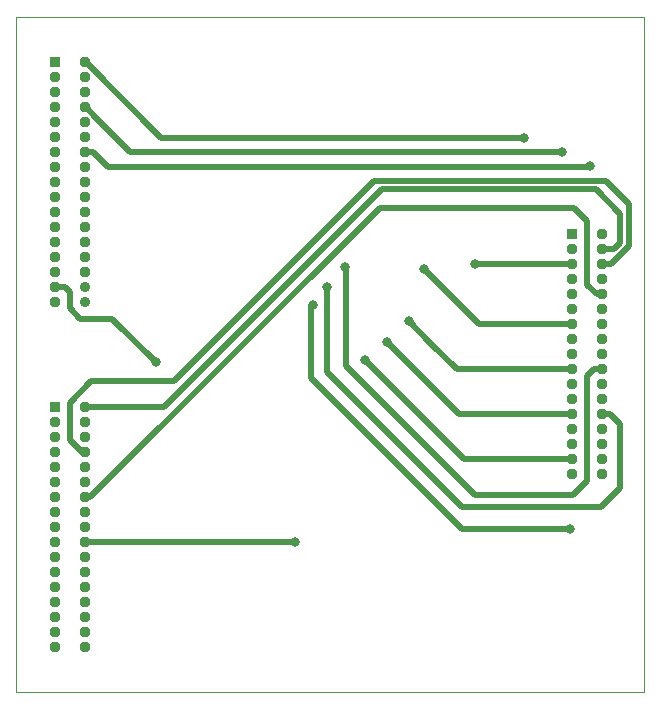
<source format=gbr>
%TF.GenerationSoftware,KiCad,Pcbnew,7.0.7*%
%TF.CreationDate,2023-09-12T23:19:34-05:00*%
%TF.ProjectId,Heater_North_DCT_HSK,48656174-6572-45f4-9e6f-7274685f4443,rev?*%
%TF.SameCoordinates,Original*%
%TF.FileFunction,Copper,L2,Bot*%
%TF.FilePolarity,Positive*%
%FSLAX46Y46*%
G04 Gerber Fmt 4.6, Leading zero omitted, Abs format (unit mm)*
G04 Created by KiCad (PCBNEW 7.0.7) date 2023-09-12 23:19:34*
%MOMM*%
%LPD*%
G01*
G04 APERTURE LIST*
%TA.AperFunction,ComponentPad*%
%ADD10R,0.940800X0.940800*%
%TD*%
%TA.AperFunction,ComponentPad*%
%ADD11C,0.940800*%
%TD*%
%TA.AperFunction,ComponentPad*%
%ADD12C,0.890000*%
%TD*%
%TA.AperFunction,ViaPad*%
%ADD13C,0.800000*%
%TD*%
%TA.AperFunction,Conductor*%
%ADD14C,0.508000*%
%TD*%
%TA.AperFunction,Profile*%
%ADD15C,0.100000*%
%TD*%
G04 APERTURE END LIST*
D10*
%TO.P,J2,1,Pin_1*%
%TO.N,/HB2_1*%
X93969840Y-80010000D03*
D11*
%TO.P,J2,2,Pin_2*%
%TO.N,/HB2_2*%
X96530160Y-80010000D03*
%TO.P,J2,3,Pin_3*%
%TO.N,unconnected-(J2-Pin_3-Pad3)*%
X93980000Y-81280000D03*
%TO.P,J2,4,Pin_4*%
%TO.N,unconnected-(J2-Pin_4-Pad4)*%
X96520000Y-81280000D03*
%TO.P,J2,5,Pin_5*%
%TO.N,unconnected-(J2-Pin_5-Pad5)*%
X93980000Y-82550000D03*
%TO.P,J2,6,Pin_6*%
%TO.N,unconnected-(J2-Pin_6-Pad6)*%
X96520000Y-82550000D03*
%TO.P,J2,7,Pin_7*%
%TO.N,/HB2_7*%
X93980000Y-83820000D03*
%TO.P,J2,8,Pin_8*%
%TO.N,/HB2_8*%
X96520000Y-83820000D03*
%TO.P,J2,9,Pin_9*%
%TO.N,unconnected-(J2-Pin_9-Pad9)*%
X93980000Y-85090000D03*
%TO.P,J2,10,Pin_10*%
%TO.N,unconnected-(J2-Pin_10-Pad10)*%
X96520000Y-85090000D03*
%TO.P,J2,11,Pin_11*%
%TO.N,unconnected-(J2-Pin_11-Pad11)*%
X93980000Y-86360000D03*
%TO.P,J2,12,Pin_12*%
%TO.N,unconnected-(J2-Pin_12-Pad12)*%
X96520000Y-86360000D03*
%TO.P,J2,13,Pin_13*%
%TO.N,/HB2_13*%
X93980000Y-87630000D03*
%TO.P,J2,14,Pin_14*%
%TO.N,/HB2_14*%
X96520000Y-87630000D03*
%TO.P,J2,15,Pin_15*%
%TO.N,unconnected-(J2-Pin_15-Pad15)*%
X93980000Y-88900000D03*
%TO.P,J2,16,Pin_16*%
%TO.N,unconnected-(J2-Pin_16-Pad16)*%
X96520000Y-88900000D03*
%TO.P,J2,17,Pin_17*%
%TO.N,unconnected-(J2-Pin_17-Pad17)*%
X93980000Y-90170000D03*
%TO.P,J2,18,Pin_18*%
%TO.N,unconnected-(J2-Pin_18-Pad18)*%
X96520000Y-90170000D03*
%TO.P,J2,19,Pin_19*%
%TO.N,/HB2_19*%
X93980000Y-91440000D03*
%TO.P,J2,20,Pin_20*%
%TO.N,/HB2_20*%
X96520000Y-91440000D03*
%TO.P,J2,21,Pin_21*%
%TO.N,unconnected-(J2-Pin_21-Pad21)*%
X93980000Y-92710000D03*
%TO.P,J2,22,Pin_22*%
%TO.N,unconnected-(J2-Pin_22-Pad22)*%
X96520000Y-92710000D03*
%TO.P,J2,23,Pin_23*%
%TO.N,unconnected-(J2-Pin_23-Pad23)*%
X93980000Y-93980000D03*
%TO.P,J2,24,Pin_24*%
%TO.N,unconnected-(J2-Pin_24-Pad24)*%
X96520000Y-93980000D03*
%TO.P,J2,25,Pin_25*%
%TO.N,unconnected-(J2-Pin_25-Pad25)*%
X93980000Y-95250000D03*
%TO.P,J2,26,Pin_26*%
%TO.N,unconnected-(J2-Pin_26-Pad26)*%
X96520000Y-95250000D03*
%TO.P,J2,27,Pin_27*%
%TO.N,unconnected-(J2-Pin_27-Pad27)*%
X93980000Y-96520000D03*
%TO.P,J2,28,Pin_28*%
%TO.N,unconnected-(J2-Pin_28-Pad28)*%
X96520000Y-96520000D03*
%TO.P,J2,29,Pin_29*%
%TO.N,unconnected-(J2-Pin_29-Pad29)*%
X93980000Y-97790000D03*
%TO.P,J2,30,Pin_30*%
%TO.N,unconnected-(J2-Pin_30-Pad30)*%
X96520000Y-97790000D03*
%TO.P,J2,31,Pin_31*%
%TO.N,unconnected-(J2-Pin_31-Pad31)*%
X93980000Y-99060000D03*
%TO.P,J2,32,Pin_32*%
%TO.N,unconnected-(J2-Pin_32-Pad32)*%
X96520000Y-99060000D03*
%TO.P,J2,33,Pin_33*%
%TO.N,unconnected-(J2-Pin_33-Pad33)*%
X93980000Y-100330000D03*
%TO.P,J2,34,Pin_34*%
%TO.N,unconnected-(J2-Pin_34-Pad34)*%
X96520000Y-100330000D03*
%TD*%
D10*
%TO.P,J3,1,Pin_1*%
%TO.N,/HB1_1*%
X137719840Y-65340000D03*
D11*
%TO.P,J3,2,Pin_2*%
%TO.N,/HB1_2*%
X140280160Y-65340000D03*
%TO.P,J3,3,Pin_3*%
%TO.N,/HB2_1*%
X137730000Y-66610000D03*
%TO.P,J3,4,Pin_4*%
%TO.N,/HB2_2*%
X140270000Y-66610000D03*
%TO.P,J3,5,Pin_5*%
%TO.N,/HB2_7*%
X137730000Y-67880000D03*
%TO.P,J3,6,Pin_6*%
%TO.N,/HB2_8*%
X140270000Y-67880000D03*
%TO.P,J3,7,Pin_7*%
%TO.N,/HB1_7*%
X137730000Y-69150000D03*
%TO.P,J3,8,Pin_8*%
%TO.N,/HB1_8*%
X140270000Y-69150000D03*
%TO.P,J3,9,Pin_9*%
%TO.N,/HB2_13*%
X137730000Y-70420000D03*
%TO.P,J3,10,Pin_10*%
%TO.N,/HB2_14*%
X140270000Y-70420000D03*
%TO.P,J3,11,Pin_11*%
%TO.N,/HB2_19*%
X137730000Y-71690000D03*
%TO.P,J3,12,Pin_12*%
%TO.N,/HB2_20*%
X140270000Y-71690000D03*
%TO.P,J3,13,Pin_13*%
%TO.N,/HB1_13*%
X137730000Y-72960000D03*
%TO.P,J3,14,Pin_14*%
%TO.N,/HB1_14*%
X140270000Y-72960000D03*
%TO.P,J3,15,Pin_15*%
%TO.N,unconnected-(J3-Pin_15-Pad15)*%
X137730000Y-74230000D03*
%TO.P,J3,16,Pin_16*%
%TO.N,unconnected-(J3-Pin_16-Pad16)*%
X140270000Y-74230000D03*
%TO.P,J3,17,Pin_17*%
%TO.N,unconnected-(J3-Pin_17-Pad17)*%
X137730000Y-75500000D03*
%TO.P,J3,18,Pin_18*%
%TO.N,unconnected-(J3-Pin_18-Pad18)*%
X140270000Y-75500000D03*
%TO.P,J3,19,Pin_19*%
%TO.N,/HB1_19*%
X137730000Y-76770000D03*
%TO.P,J3,20,Pin_20*%
%TO.N,/HB1_20*%
X140270000Y-76770000D03*
%TO.P,J3,21,Pin_21*%
%TO.N,unconnected-(J3-Pin_21-Pad21)*%
X137730000Y-78040000D03*
%TO.P,J3,22,Pin_22*%
%TO.N,unconnected-(J3-Pin_22-Pad22)*%
X140270000Y-78040000D03*
%TO.P,J3,23,Pin_23*%
%TO.N,unconnected-(J3-Pin_23-Pad23)*%
X137730000Y-79310000D03*
%TO.P,J3,24,Pin_24*%
%TO.N,unconnected-(J3-Pin_24-Pad24)*%
X140270000Y-79310000D03*
%TO.P,J3,25,Pin_25*%
%TO.N,/HB1_25*%
X137730000Y-80580000D03*
%TO.P,J3,26,Pin_26*%
%TO.N,/HB1_26*%
X140270000Y-80580000D03*
%TO.P,J3,27,Pin_27*%
%TO.N,unconnected-(J3-Pin_27-Pad27)*%
X137730000Y-81850000D03*
%TO.P,J3,28,Pin_28*%
%TO.N,unconnected-(J3-Pin_28-Pad28)*%
X140270000Y-81850000D03*
%TO.P,J3,29,Pin_29*%
%TO.N,unconnected-(J3-Pin_29-Pad29)*%
X137730000Y-83120000D03*
%TO.P,J3,30,Pin_30*%
%TO.N,unconnected-(J3-Pin_30-Pad30)*%
X140270000Y-83120000D03*
%TO.P,J3,31,Pin_31*%
%TO.N,/HB1_31*%
X137730000Y-84390000D03*
%TO.P,J3,32,Pin_32*%
%TO.N,/HB1_32*%
X140270000Y-84390000D03*
%TO.P,J3,33,Pin_33*%
%TO.N,unconnected-(J3-Pin_33-Pad33)*%
X137730000Y-85660000D03*
%TO.P,J3,34,Pin_34*%
%TO.N,unconnected-(J3-Pin_34-Pad34)*%
X140270000Y-85660000D03*
%TD*%
D10*
%TO.P,J1,1,Pin_1*%
%TO.N,/HB1_1*%
X93969840Y-50800000D03*
D11*
%TO.P,J1,2,Pin_2*%
%TO.N,/HB1_2*%
X96530160Y-50800000D03*
%TO.P,J1,3,Pin_3*%
%TO.N,unconnected-(J1-Pin_3-Pad3)*%
X93980000Y-52070000D03*
%TO.P,J1,4,Pin_4*%
%TO.N,unconnected-(J1-Pin_4-Pad4)*%
X96520000Y-52070000D03*
%TO.P,J1,5,Pin_5*%
%TO.N,unconnected-(J1-Pin_5-Pad5)*%
X93980000Y-53340000D03*
%TO.P,J1,6,Pin_6*%
%TO.N,unconnected-(J1-Pin_6-Pad6)*%
X96520000Y-53340000D03*
%TO.P,J1,7,Pin_7*%
%TO.N,/HB1_7*%
X93980000Y-54610000D03*
%TO.P,J1,8,Pin_8*%
%TO.N,/HB1_8*%
X96520000Y-54610000D03*
%TO.P,J1,9,Pin_9*%
%TO.N,unconnected-(J1-Pin_9-Pad9)*%
X93980000Y-55880000D03*
%TO.P,J1,10,Pin_10*%
%TO.N,unconnected-(J1-Pin_10-Pad10)*%
X96520000Y-55880000D03*
%TO.P,J1,11,Pin_11*%
%TO.N,unconnected-(J1-Pin_11-Pad11)*%
X93980000Y-57150000D03*
%TO.P,J1,12,Pin_12*%
%TO.N,unconnected-(J1-Pin_12-Pad12)*%
X96520000Y-57150000D03*
%TO.P,J1,13,Pin_13*%
%TO.N,/HB1_13*%
X93980000Y-58420000D03*
%TO.P,J1,14,Pin_14*%
%TO.N,/HB1_14*%
X96520000Y-58420000D03*
%TO.P,J1,15,Pin_15*%
%TO.N,unconnected-(J1-Pin_15-Pad15)*%
X93980000Y-59690000D03*
%TO.P,J1,16,Pin_16*%
%TO.N,unconnected-(J1-Pin_16-Pad16)*%
X96520000Y-59690000D03*
%TO.P,J1,17,Pin_17*%
%TO.N,unconnected-(J1-Pin_17-Pad17)*%
X93980000Y-60960000D03*
%TO.P,J1,18,Pin_18*%
%TO.N,unconnected-(J1-Pin_18-Pad18)*%
X96520000Y-60960000D03*
%TO.P,J1,19,Pin_19*%
%TO.N,/HB1_19*%
X93980000Y-62230000D03*
%TO.P,J1,20,Pin_20*%
%TO.N,/HB1_20*%
X96520000Y-62230000D03*
%TO.P,J1,21,Pin_21*%
%TO.N,unconnected-(J1-Pin_21-Pad21)*%
X93980000Y-63500000D03*
%TO.P,J1,22,Pin_22*%
%TO.N,unconnected-(J1-Pin_22-Pad22)*%
X96520000Y-63500000D03*
%TO.P,J1,23,Pin_23*%
%TO.N,unconnected-(J1-Pin_23-Pad23)*%
X93980000Y-64770000D03*
%TO.P,J1,24,Pin_24*%
%TO.N,unconnected-(J1-Pin_24-Pad24)*%
X96520000Y-64770000D03*
%TO.P,J1,25,Pin_25*%
%TO.N,/HB1_25*%
X93980000Y-66040000D03*
%TO.P,J1,26,Pin_26*%
%TO.N,/HB1_26*%
X96520000Y-66040000D03*
%TO.P,J1,27,Pin_27*%
%TO.N,unconnected-(J1-Pin_27-Pad27)*%
X93980000Y-67310000D03*
%TO.P,J1,28,Pin_28*%
%TO.N,unconnected-(J1-Pin_28-Pad28)*%
X96520000Y-67310000D03*
%TO.P,J1,29,Pin_29*%
%TO.N,unconnected-(J1-Pin_29-Pad29)*%
X93980000Y-68580000D03*
%TO.P,J1,30,Pin_30*%
%TO.N,unconnected-(J1-Pin_30-Pad30)*%
X96520000Y-68580000D03*
%TO.P,J1,31,Pin_31*%
%TO.N,/HB1_31*%
X93980000Y-69850000D03*
D12*
%TO.P,J1,32,Pin_32*%
%TO.N,/HB1_32*%
X96520000Y-69850000D03*
D11*
%TO.P,J1,33,Pin_33*%
%TO.N,unconnected-(J1-Pin_33-Pad33)*%
X93980000Y-71120000D03*
D12*
%TO.P,J1,34,Pin_34*%
%TO.N,unconnected-(J1-Pin_34-Pad34)*%
X96520000Y-71120000D03*
%TD*%
D13*
%TO.N,/HB1_2*%
X133700000Y-57200000D03*
%TO.N,/HB1_8*%
X136900000Y-58400000D03*
%TO.N,/HB1_13*%
X125200000Y-68300000D03*
%TO.N,/HB1_14*%
X139300000Y-59600000D03*
%TO.N,/HB1_19*%
X123900000Y-72654000D03*
%TO.N,/HB1_20*%
X118550000Y-68150000D03*
%TO.N,/HB1_25*%
X122100000Y-74500000D03*
%TO.N,/HB1_26*%
X117000000Y-69800000D03*
%TO.N,/HB1_31*%
X102500000Y-76200000D03*
X120200000Y-76000000D03*
%TO.N,/HB1_32*%
X137600000Y-90300000D03*
X115800000Y-71300000D03*
%TO.N,/HB2_7*%
X129520000Y-67880000D03*
%TO.N,/HB2_20*%
X114300000Y-91440000D03*
%TD*%
D14*
%TO.N,/HB1_8*%
X96557300Y-54610000D02*
X96520000Y-54610000D01*
X97444400Y-55497100D02*
X96557300Y-54610000D01*
X97444400Y-55534400D02*
X97444400Y-55497100D01*
X100310000Y-58400000D02*
X97444400Y-55534400D01*
X136900000Y-58400000D02*
X100310000Y-58400000D01*
%TO.N,/HB1_2*%
X96557300Y-50800000D02*
X96530160Y-50800000D01*
X102957300Y-57200000D02*
X96557300Y-50800000D01*
X133700000Y-57200000D02*
X102957300Y-57200000D01*
%TO.N,/HB1_14*%
X98455246Y-59690000D02*
X97185246Y-58420000D01*
X139210000Y-59690000D02*
X98455246Y-59690000D01*
X97185246Y-58420000D02*
X96520000Y-58420000D01*
X139300000Y-59600000D02*
X139210000Y-59690000D01*
%TO.N,/HB2_8*%
X141021264Y-67880000D02*
X140270000Y-67880000D01*
X142600000Y-66301264D02*
X141021264Y-67880000D01*
X142600000Y-62800000D02*
X142600000Y-66301264D01*
X97000000Y-77800000D02*
X104000000Y-77800000D01*
X104000000Y-77800000D02*
X120960276Y-60839724D01*
X95200000Y-79600000D02*
X97000000Y-77800000D01*
X120960276Y-60839724D02*
X140639724Y-60839724D01*
X95200000Y-82800000D02*
X95200000Y-79600000D01*
X96220000Y-83820000D02*
X95200000Y-82800000D01*
X140639724Y-60839724D02*
X142600000Y-62800000D01*
X96520000Y-83820000D02*
X96220000Y-83820000D01*
%TO.N,/HB2_2*%
X103190000Y-80010000D02*
X96530160Y-80010000D01*
X139747724Y-61547724D02*
X121652276Y-61547724D01*
X141800000Y-66100000D02*
X141800000Y-63600000D01*
X141800000Y-63600000D02*
X139747724Y-61547724D01*
X141290000Y-66610000D02*
X141800000Y-66100000D01*
X140270000Y-66610000D02*
X141290000Y-66610000D01*
X121652276Y-61547724D02*
X103190000Y-80010000D01*
%TO.N,/HB1_13*%
X129860000Y-72960000D02*
X137730000Y-72960000D01*
X125200000Y-68300000D02*
X129860000Y-72960000D01*
%TO.N,/HB1_19*%
X125754000Y-74554000D02*
X127970000Y-76770000D01*
X127970000Y-76770000D02*
X137730000Y-76770000D01*
X125754000Y-74508000D02*
X125754000Y-74554000D01*
X123900000Y-72654000D02*
X125754000Y-74508000D01*
%TO.N,/HB1_20*%
X118600000Y-68200000D02*
X118600000Y-76500000D01*
X118600000Y-76500000D02*
X129500000Y-87400000D01*
X139604754Y-76770000D02*
X140270000Y-76770000D01*
X137800000Y-87400000D02*
X139000000Y-86200000D01*
X118550000Y-68150000D02*
X118600000Y-68200000D01*
X139000000Y-86200000D02*
X139000000Y-77374754D01*
X129500000Y-87400000D02*
X137800000Y-87400000D01*
X139000000Y-77374754D02*
X139604754Y-76770000D01*
%TO.N,/HB1_25*%
X128180000Y-80580000D02*
X137730000Y-80580000D01*
X122100000Y-74500000D02*
X128180000Y-80580000D01*
%TO.N,/HB1_26*%
X128400000Y-88400000D02*
X140200000Y-88400000D01*
X140935246Y-80580000D02*
X140270000Y-80580000D01*
X141800000Y-86800000D02*
X141800000Y-81444754D01*
X117000000Y-77000000D02*
X128400000Y-88400000D01*
X140200000Y-88400000D02*
X141800000Y-86800000D01*
X141800000Y-81444754D02*
X140935246Y-80580000D01*
X117000000Y-69800000D02*
X117000000Y-77000000D01*
%TO.N,/HB1_31*%
X120200000Y-76000000D02*
X128590000Y-84390000D01*
X96100000Y-72500000D02*
X98800000Y-72500000D01*
X128590000Y-84390000D02*
X137730000Y-84390000D01*
X95200000Y-70200000D02*
X95200000Y-71600000D01*
X94850000Y-69850000D02*
X95200000Y-70200000D01*
X93980000Y-69850000D02*
X94850000Y-69850000D01*
X98800000Y-72500000D02*
X102500000Y-76200000D01*
X95200000Y-71600000D02*
X96100000Y-72500000D01*
%TO.N,/HB1_32*%
X115600000Y-71500000D02*
X115600000Y-77500000D01*
X128400000Y-90300000D02*
X137600000Y-90300000D01*
X115800000Y-71300000D02*
X115600000Y-71500000D01*
X115600000Y-77500000D02*
X128400000Y-90300000D01*
%TO.N,/HB2_7*%
X129520000Y-67880000D02*
X137730000Y-67880000D01*
%TO.N,/HB2_14*%
X139820000Y-70420000D02*
X139000000Y-69600000D01*
X96970000Y-87630000D02*
X96520000Y-87630000D01*
X121500000Y-63100000D02*
X96970000Y-87630000D01*
X139000000Y-64200000D02*
X137900000Y-63100000D01*
X140270000Y-70420000D02*
X139820000Y-70420000D01*
X139000000Y-69600000D02*
X139000000Y-64200000D01*
X137900000Y-63100000D02*
X121500000Y-63100000D01*
%TO.N,/HB2_20*%
X114300000Y-91440000D02*
X96520000Y-91440000D01*
%TD*%
D15*
X90690200Y-46990000D02*
X143830200Y-46990000D01*
X143830200Y-104140000D01*
X90690200Y-104140000D01*
X90690200Y-46990000D01*
M02*

</source>
